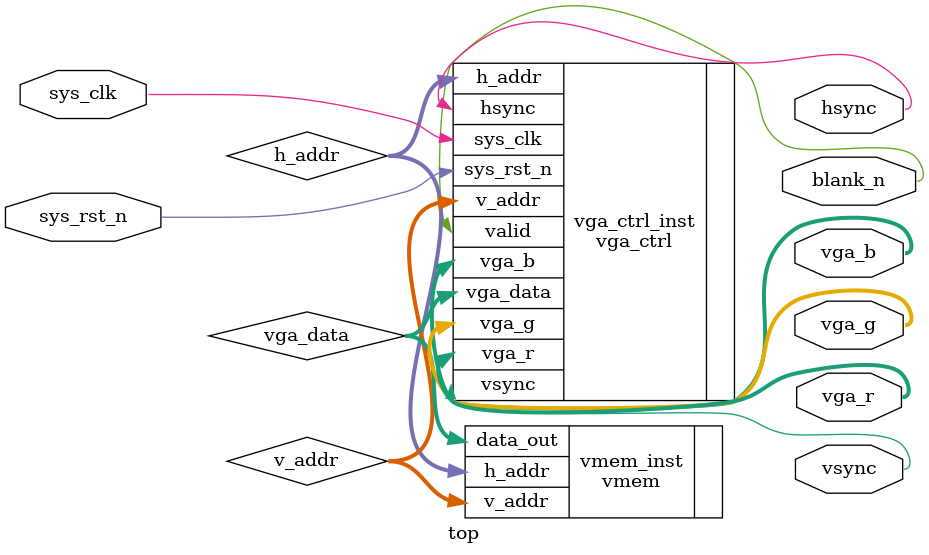
<source format=v>
module top(
    input                           sys_clk         ,
    input                           sys_rst_n       ,
    // vga
    output                          hsync           ,
    output                          vsync           ,
    output                          blank_n         ,
    output              [7:0]       vga_r           ,
    output              [7:0]       vga_g           ,
    output              [7:0]       vga_b           
);

wire                [9:0]   h_addr      ;
wire                [9:0]   v_addr      ;
wire                [23:0]  vga_data    ;


vga_ctrl vga_ctrl_inst(
    .sys_clk                (sys_clk                ),  // i 1b
    .sys_rst_n              (sys_rst_n              ),  // i 1b
    // display data
    .vga_data               (vga_data               ),  // i 24b
    .h_addr                 (h_addr                 ),  // o 10b
    .v_addr                 (v_addr                 ),  // o 10b
    // vga signal
    .hsync                  (hsync                  ),  // o 1b
    .vsync                  (vsync                  ),  // o 1b
    .valid                  (blank_n                ),  // o 1b
    .vga_r                  (vga_r                  ),  // o 8b
    .vga_g                  (vga_g                  ),  // o 8b
    .vga_b                  (vga_b                  )   // o 8b
);


vmem vmem_inst(
    .h_addr                 (h_addr                 ),  // i 10b
    .v_addr                 (v_addr                 ),  // i 10b
    .data_out               (vga_data               )   // o 24b
);

endmodule

</source>
